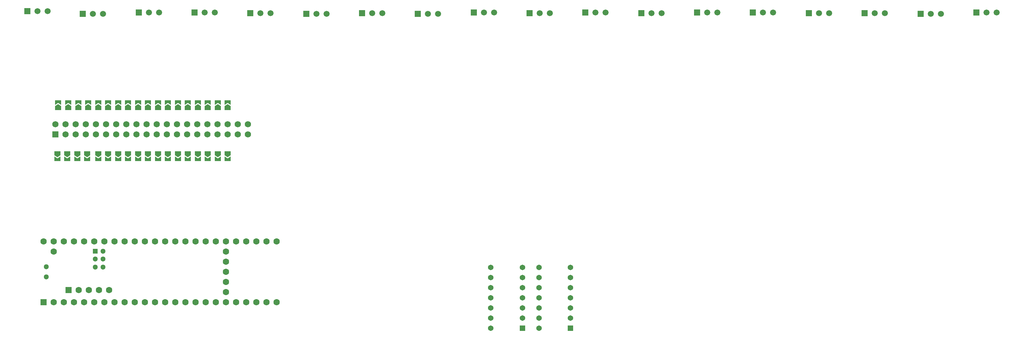
<source format=gbr>
%TF.GenerationSoftware,KiCad,Pcbnew,8.0.3-1.fc40*%
%TF.CreationDate,2024-06-20T14:07:15-04:00*%
%TF.ProjectId,sensor_bar_unified_muxing_1,73656e73-6f72-45f6-9261-725f756e6966,rev?*%
%TF.SameCoordinates,Original*%
%TF.FileFunction,Soldermask,Bot*%
%TF.FilePolarity,Negative*%
%FSLAX46Y46*%
G04 Gerber Fmt 4.6, Leading zero omitted, Abs format (unit mm)*
G04 Created by KiCad (PCBNEW 8.0.3-1.fc40) date 2024-06-20 14:07:15*
%MOMM*%
%LPD*%
G01*
G04 APERTURE LIST*
G04 Aperture macros list*
%AMRoundRect*
0 Rectangle with rounded corners*
0 $1 Rounding radius*
0 $2 $3 $4 $5 $6 $7 $8 $9 X,Y pos of 4 corners*
0 Add a 4 corners polygon primitive as box body*
4,1,4,$2,$3,$4,$5,$6,$7,$8,$9,$2,$3,0*
0 Add four circle primitives for the rounded corners*
1,1,$1+$1,$2,$3*
1,1,$1+$1,$4,$5*
1,1,$1+$1,$6,$7*
1,1,$1+$1,$8,$9*
0 Add four rect primitives between the rounded corners*
20,1,$1+$1,$2,$3,$4,$5,0*
20,1,$1+$1,$4,$5,$6,$7,0*
20,1,$1+$1,$6,$7,$8,$9,0*
20,1,$1+$1,$8,$9,$2,$3,0*%
%AMFreePoly0*
4,1,6,1.000000,0.000000,0.500000,-0.750000,-0.500000,-0.750000,-0.500000,0.750000,0.500000,0.750000,1.000000,0.000000,1.000000,0.000000,$1*%
%AMFreePoly1*
4,1,6,0.500000,-0.750000,-0.650000,-0.750000,-0.150000,0.000000,-0.650000,0.750000,0.500000,0.750000,0.500000,-0.750000,0.500000,-0.750000,$1*%
G04 Aperture macros list end*
%ADD10R,1.500000X1.500000*%
%ADD11C,1.500000*%
%ADD12RoundRect,0.102000X0.585000X0.585000X-0.585000X0.585000X-0.585000X-0.585000X0.585000X-0.585000X0*%
%ADD13C,1.374000*%
%ADD14RoundRect,0.102000X-0.685000X-0.685000X0.685000X-0.685000X0.685000X0.685000X-0.685000X0.685000X0*%
%ADD15C,1.574000*%
%ADD16R,1.600000X1.600000*%
%ADD17C,1.600000*%
%ADD18R,1.300000X1.300000*%
%ADD19C,1.300000*%
%ADD20FreePoly0,270.000000*%
%ADD21FreePoly1,270.000000*%
%ADD22FreePoly0,90.000000*%
%ADD23FreePoly1,90.000000*%
G04 APERTURE END LIST*
D10*
%TO.C,U16*%
X221340000Y-18385000D03*
D11*
X223880000Y-18385000D03*
X226420000Y-18385000D03*
%TD*%
D12*
%TO.C,BOARDSEL_ENABLE1*%
X149560000Y-97305000D03*
D13*
X149560000Y-94765000D03*
X149560000Y-92225000D03*
X149560000Y-89685000D03*
X149560000Y-87145000D03*
X149560000Y-84605000D03*
X149560000Y-82065000D03*
X141620000Y-82065000D03*
X141620000Y-84605000D03*
X141620000Y-87145000D03*
X141620000Y-89685000D03*
X141620000Y-92225000D03*
X141620000Y-94765000D03*
X141620000Y-97305000D03*
%TD*%
D10*
%TO.C,U13*%
X179340000Y-18345000D03*
D11*
X181880000Y-18345000D03*
X184420000Y-18345000D03*
%TD*%
D10*
%TO.C,U15*%
X207340000Y-18185000D03*
D11*
X209880000Y-18185000D03*
X212420000Y-18185000D03*
%TD*%
D10*
%TO.C,U9*%
X123340000Y-18485000D03*
D11*
X125880000Y-18485000D03*
X128420000Y-18485000D03*
%TD*%
D10*
%TO.C,U19*%
X263340000Y-18185000D03*
D11*
X265880000Y-18185000D03*
X268420000Y-18185000D03*
%TD*%
D10*
%TO.C,U10*%
X137340000Y-18185000D03*
D11*
X139880000Y-18185000D03*
X142420000Y-18185000D03*
%TD*%
D10*
%TO.C,U7*%
X95340000Y-18485000D03*
D11*
X97880000Y-18485000D03*
X100420000Y-18485000D03*
%TD*%
D10*
%TO.C,U11*%
X151340000Y-18345000D03*
D11*
X153880000Y-18345000D03*
X156420000Y-18345000D03*
%TD*%
D10*
%TO.C,U8*%
X109340000Y-18385000D03*
D11*
X111880000Y-18385000D03*
X114420000Y-18385000D03*
%TD*%
D10*
%TO.C,U6*%
X81340000Y-18345000D03*
D11*
X83880000Y-18345000D03*
X86420000Y-18345000D03*
%TD*%
D10*
%TO.C,U17*%
X235340000Y-18385000D03*
D11*
X237880000Y-18385000D03*
X240420000Y-18385000D03*
%TD*%
D10*
%TO.C,U18*%
X249340000Y-18485000D03*
D11*
X251880000Y-18485000D03*
X254420000Y-18485000D03*
%TD*%
D10*
%TO.C,U12*%
X165340000Y-18145000D03*
D11*
X167880000Y-18145000D03*
X170420000Y-18145000D03*
%TD*%
D10*
%TO.C,U3*%
X39340000Y-18545000D03*
D11*
X41880000Y-18545000D03*
X44420000Y-18545000D03*
%TD*%
D10*
%TO.C,U5*%
X67340000Y-18145000D03*
D11*
X69880000Y-18145000D03*
X72420000Y-18145000D03*
%TD*%
D10*
%TO.C,U2*%
X25440000Y-17845000D03*
D11*
X27980000Y-17845000D03*
X30520000Y-17845000D03*
%TD*%
D14*
%TO.C,interboard connect*%
X32440000Y-48725000D03*
D15*
X32440000Y-46185000D03*
X34980000Y-48725000D03*
X34980000Y-46185000D03*
X37520000Y-48725000D03*
X37520000Y-46185000D03*
X40060000Y-48725000D03*
X40060000Y-46185000D03*
X42600000Y-48725000D03*
X42600000Y-46185000D03*
X45140000Y-48725000D03*
X45140000Y-46185000D03*
X47680000Y-48725000D03*
X47680000Y-46185000D03*
X50220000Y-48725000D03*
X50220000Y-46185000D03*
X52760000Y-48725000D03*
X52760000Y-46185000D03*
X55300000Y-48725000D03*
X55300000Y-46185000D03*
X57840000Y-48725000D03*
X57840000Y-46185000D03*
X60380000Y-48725000D03*
X60380000Y-46185000D03*
X62920000Y-48725000D03*
X62920000Y-46185000D03*
X65460000Y-48725000D03*
X65460000Y-46185000D03*
X68000000Y-48725000D03*
X68000000Y-46185000D03*
X70540000Y-48725000D03*
X70540000Y-46185000D03*
X73080000Y-48725000D03*
X73080000Y-46185000D03*
X75620000Y-48725000D03*
X75620000Y-46185000D03*
X78160000Y-48725000D03*
X78160000Y-46185000D03*
X80700000Y-48725000D03*
X80700000Y-46185000D03*
%TD*%
D16*
%TO.C,U1*%
X29470000Y-90805000D03*
D17*
X32010000Y-90805000D03*
X34550000Y-90805000D03*
X37090000Y-90805000D03*
X39630000Y-90805000D03*
X42170000Y-90805000D03*
X44710000Y-90805000D03*
X47250000Y-90805000D03*
X49790000Y-90805000D03*
X52330000Y-90805000D03*
X54870000Y-90805000D03*
X57410000Y-90805000D03*
X59950000Y-90805000D03*
X62490000Y-90805000D03*
X65030000Y-90805000D03*
X67570000Y-90805000D03*
X70110000Y-90805000D03*
X72650000Y-90805000D03*
X75190000Y-90805000D03*
X77730000Y-90805000D03*
X80270000Y-90805000D03*
X82810000Y-90805000D03*
X85350000Y-90805000D03*
X87890000Y-90805000D03*
X87890000Y-75565000D03*
X85350000Y-75565000D03*
X82810000Y-75565000D03*
X80270000Y-75565000D03*
X77730000Y-75565000D03*
X75190000Y-75565000D03*
X72650000Y-75565000D03*
X70110000Y-75565000D03*
X67570000Y-75565000D03*
X65030000Y-75565000D03*
X62490000Y-75565000D03*
X59950000Y-75565000D03*
X57410000Y-75565000D03*
X54870000Y-75565000D03*
X52330000Y-75565000D03*
X49790000Y-75565000D03*
X47250000Y-75565000D03*
X44710000Y-75565000D03*
X42170000Y-75565000D03*
X39630000Y-75565000D03*
X37090000Y-75565000D03*
X34550000Y-75565000D03*
X32010000Y-75565000D03*
X29470000Y-75565000D03*
X32010000Y-78105000D03*
X75190000Y-88265000D03*
X75190000Y-85725000D03*
X75190000Y-83185000D03*
X75190000Y-80645000D03*
X75190000Y-78105000D03*
D16*
X35769200Y-87754200D03*
D17*
X38309200Y-87754200D03*
X40849200Y-87754200D03*
X43389200Y-87754200D03*
X45929200Y-87754200D03*
D18*
X42440000Y-78003400D03*
D19*
X42440000Y-80003400D03*
X42440000Y-82003400D03*
X44440000Y-82003400D03*
X44440000Y-80003400D03*
X44440000Y-78003400D03*
X30200000Y-81915000D03*
X30200000Y-84455000D03*
%TD*%
D12*
%TO.C,BOARDSEL_CMP1*%
X161620000Y-97345000D03*
D13*
X161620000Y-94805000D03*
X161620000Y-92265000D03*
X161620000Y-89725000D03*
X161620000Y-87185000D03*
X161620000Y-84645000D03*
X161620000Y-82105000D03*
X153680000Y-82105000D03*
X153680000Y-84645000D03*
X153680000Y-87185000D03*
X153680000Y-89725000D03*
X153680000Y-92265000D03*
X153680000Y-94805000D03*
X153680000Y-97345000D03*
%TD*%
D10*
%TO.C,U14*%
X193340000Y-18185000D03*
D11*
X195880000Y-18185000D03*
X198420000Y-18185000D03*
%TD*%
D10*
%TO.C,U4*%
X53340000Y-18145000D03*
D11*
X55880000Y-18145000D03*
X58420000Y-18145000D03*
%TD*%
D20*
%TO.C,JPE01*%
X32930000Y-53485000D03*
D21*
X32930000Y-54935000D03*
%TD*%
D20*
%TO.C,JPE15*%
X68180000Y-53460000D03*
D21*
X68180000Y-54910000D03*
%TD*%
D20*
%TO.C,JPE13*%
X63180000Y-53460000D03*
D21*
X63180000Y-54910000D03*
%TD*%
D22*
%TO.C,JP20*%
X63180000Y-42160000D03*
D23*
X63180000Y-40710000D03*
%TD*%
D20*
%TO.C,JPE04*%
X40430000Y-53485000D03*
D21*
X40430000Y-54935000D03*
%TD*%
D22*
%TO.C,JP46*%
X73180000Y-42135000D03*
D23*
X73180000Y-40685000D03*
%TD*%
D20*
%TO.C,JPE18*%
X75680000Y-53460000D03*
D21*
X75680000Y-54910000D03*
%TD*%
D22*
%TO.C,JP16*%
X53180000Y-42160000D03*
D23*
X53180000Y-40710000D03*
%TD*%
D22*
%TO.C,JP47*%
X75680000Y-42160000D03*
D23*
X75680000Y-40710000D03*
%TD*%
D22*
%TO.C,JP13*%
X45680000Y-42135000D03*
D23*
X45680000Y-40685000D03*
%TD*%
D20*
%TO.C,JPE06*%
X45680000Y-53485000D03*
D21*
X45680000Y-54935000D03*
%TD*%
D22*
%TO.C,JP15*%
X50680000Y-42160000D03*
D23*
X50680000Y-40710000D03*
%TD*%
D20*
%TO.C,JPE08*%
X50680000Y-53460000D03*
D21*
X50680000Y-54910000D03*
%TD*%
D20*
%TO.C,JPE12*%
X60680000Y-53485000D03*
D21*
X60680000Y-54935000D03*
%TD*%
D22*
%TO.C,JP45*%
X70680000Y-42135000D03*
D23*
X70680000Y-40685000D03*
%TD*%
D22*
%TO.C,JP17*%
X55680000Y-42135000D03*
D23*
X55680000Y-40685000D03*
%TD*%
D20*
%TO.C,JPE14*%
X65680000Y-53485000D03*
D21*
X65680000Y-54935000D03*
%TD*%
D20*
%TO.C,JPE16*%
X70680000Y-53485000D03*
D21*
X70680000Y-54935000D03*
%TD*%
D22*
%TO.C,JP21*%
X65680000Y-42135000D03*
D23*
X65680000Y-40685000D03*
%TD*%
D20*
%TO.C,JPE03*%
X37930000Y-53485000D03*
D21*
X37930000Y-54935000D03*
%TD*%
D20*
%TO.C,JPE02*%
X35430000Y-53485000D03*
D21*
X35430000Y-54935000D03*
%TD*%
D22*
%TO.C,JP19*%
X60680000Y-42135000D03*
D23*
X60680000Y-40685000D03*
%TD*%
D20*
%TO.C,JPE09*%
X53180000Y-53485000D03*
D21*
X53180000Y-54935000D03*
%TD*%
D20*
%TO.C,JPE07*%
X48180000Y-53485000D03*
D21*
X48180000Y-54935000D03*
%TD*%
D22*
%TO.C,JP14*%
X48180000Y-42160000D03*
D23*
X48180000Y-40710000D03*
%TD*%
D22*
%TO.C,JP11*%
X40680000Y-42135000D03*
D23*
X40680000Y-40685000D03*
%TD*%
D20*
%TO.C,JPE05*%
X43180000Y-53485000D03*
D21*
X43180000Y-54935000D03*
%TD*%
D20*
%TO.C,JPE11*%
X58180000Y-53485000D03*
D21*
X58180000Y-54935000D03*
%TD*%
D22*
%TO.C,JP9*%
X35680000Y-42160000D03*
D23*
X35680000Y-40710000D03*
%TD*%
D22*
%TO.C,JP22*%
X68180000Y-42160000D03*
D23*
X68180000Y-40710000D03*
%TD*%
D20*
%TO.C,JPE10*%
X55680000Y-53485000D03*
D21*
X55680000Y-54935000D03*
%TD*%
D22*
%TO.C,JP18*%
X58180000Y-42160000D03*
D23*
X58180000Y-40710000D03*
%TD*%
D22*
%TO.C,JP8*%
X33180000Y-42135000D03*
D23*
X33180000Y-40685000D03*
%TD*%
D22*
%TO.C,JP10*%
X38180000Y-42135000D03*
D23*
X38180000Y-40685000D03*
%TD*%
D22*
%TO.C,JP12*%
X43180000Y-42135000D03*
D23*
X43180000Y-40685000D03*
%TD*%
D20*
%TO.C,JPE17*%
X73180000Y-53485000D03*
D21*
X73180000Y-54935000D03*
%TD*%
M02*

</source>
